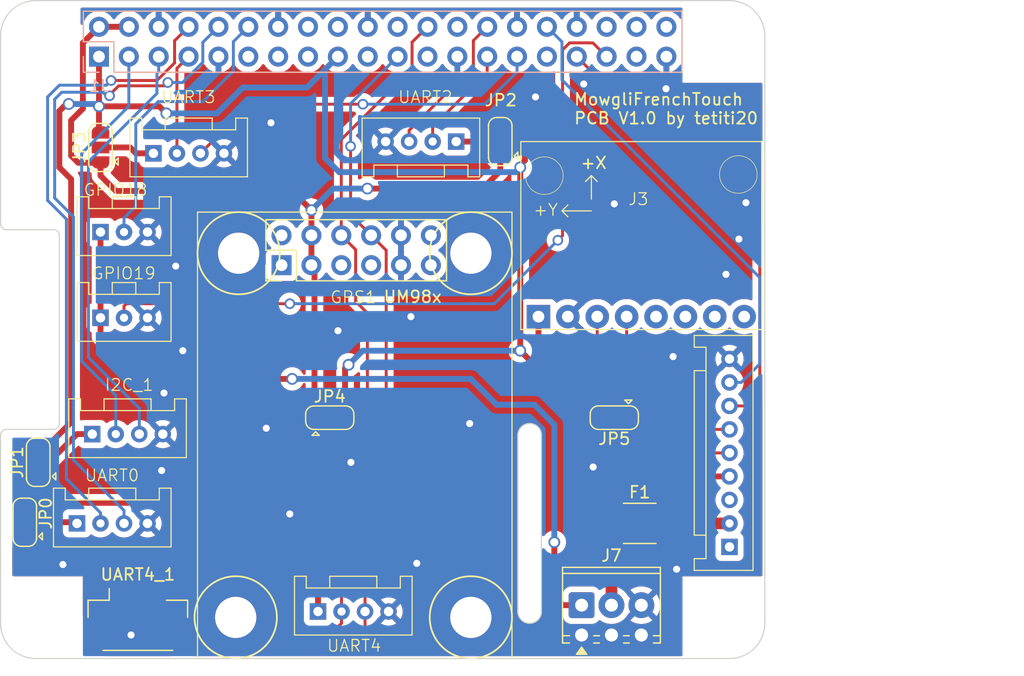
<source format=kicad_pcb>
(kicad_pcb (version 20241229) (generator "pcbnew") (generator_version "9.0")
  (title_block (date "15 nov 2012"))
  (layers (0 "F.Cu" signal) (2 "B.Cu" signal) (13 "F.Paste" user) (15 "B.Paste" user) (5 "F.SilkS" user "F.Silkscreen") (7 "B.SilkS" user "B.Silkscreen") (1 "F.Mask" user) (3 "B.Mask" user) (25 "Edge.Cuts" user))
  (net 0 "")
  (net 1 "GND")
  (net 2 "/GPIO2{slash}SDA1")
  (net 3 "/GPIO3{slash}SCL1")
  (net 4 "/GPIO4{slash}GPCLK0")
  (net 5 "/GPIO14{slash}TXD0")
  (net 6 "/GPIO15{slash}RXD0")
  (net 7 "/GPIO17")
  (net 8 "/GPIO18{slash}PCM.CLK")
  (net 9 "/GPIO27")
  (net 10 "/GPIO22")
  (net 11 "/GPIO23")
  (net 12 "/GPIO24")
  (net 13 "/GPIO10{slash}SPI0.MOSI")
  (net 14 "/GPIO9{slash}SPI0.MISO")
  (net 15 "/GPIO25")
  (net 16 "/GPIO11{slash}SPI0.SCLK")
  (net 17 "/GPIO8{slash}SPI0.CE0")
  (net 18 "/GPIO7{slash}SPI0.CE1")
  (net 19 "Net-(J18-Pin_2)")
  (net 20 "+BATT")
  (net 21 "/GPIO5")
  (net 22 "/GPIO6")
  (net 23 "/GPIO12{slash}PWM0")
  (net 24 "/GPIO13{slash}PWM1")
  (net 25 "/GPIO19{slash}PCM.FS")
  (net 26 "/GPIO16")
  (net 27 "/GPIO26")
  (net 28 "/GPIO20{slash}PCM.DIN")
  (net 29 "/GPIO21{slash}PCM.DOUT")
  (net 30 "+5V")
  (net 31 "+3V3")
  (net 36 "Net-(J18-Pin_5)")
  (net 37 "+5V_MB")
  (net 40 "Net-(J18-Pin_6)")
  (net 45 "/ID_SC")
  (net 46 "/ID_SD")
  (net 47 "+5Vext")
  (net 48 "Net-(J3-Pin_1)")
  (net 49 "Net-(JP0-C)")
  (net 50 "Net-(JP2-C)")
  (net 51 "Net-(JP3-C)")
  (net 52 "Net-(JP4-C)")
  (net 55 "Net-(I2C_1-Pin_1)")
  (footprint "MountingHole:MountingHole_2.7mm_M2.5" (layer "F.Cu") (at 161.5 47.5)
    (property "Reference" "MH2" (hide yes))
    (property "Value" "MountingHole_2.7mm_M2.5" (hide yes))
  )
  (footprint "Jumper:SolderJumper-3_P1.3mm_Open_RoundedPad1.0x1.5mm" (layer "F.Cu") (at 142.5 56 90)
    (property "Reference" "JP2")
    (property "Value" "SolderJumper_3_Open" (hide yes))
  )
  (footprint "Fuse:Fuse_1812_4532Metric" (layer "F.Cu") (at 154.3625 88.5)
    (property "Reference" "F1")
    (property "Value" "1812L075/33DR" (hide yes))
  )
  (footprint "Connector_JST:JST_GH_SM04B-GHS-TB_1x04-1MP_P1.25mm_Horizontal" (layer "F.Cu") (at 111.675 96.75)
    (property "Reference" "UART4_1")
    (property "Value" "JST GH 1.25")
  )
  (footprint "xtech:Connector_JST_HY2.0_1x03_P2.00mm_THT" (layer "F.Cu") (at 108.5 63.7)
    (property "Reference" "GPIO18" (hide yes))
    (property "Value" "Conn_01x03" (hide yes))
  )
  (footprint "Jumper:SolderJumper-3_P1.3mm_Open_RoundedPad1.0x1.5mm" (layer "F.Cu") (at 103.2 83.3 90)
    (property "Reference" "JP1")
    (property "Value" "SolderJumper_3_Open" (hide yes))
  )
  (footprint "xtech:Connector_JST_HY2.0_1x09_P2.00mm_THT_1_1" (layer "F.Cu") (at 162 90.5 90)
    (property "Reference" "J18" (hide yes))
    (property "Value" "ZX-HY2.0-9PZZ" (hide yes))
  )
  (footprint "xtech:Connector_JST_HY2.0_1x03_P2.00mm_THT" (layer "F.Cu") (at 108.5 71)
    (property "Reference" "GPIO19" (hide yes))
    (property "Value" "Conn_01x03" (hide yes))
  )
  (footprint "Jumper:SolderJumper-3_P1.3mm_Open_RoundedPad1.0x1.5mm" (layer "F.Cu") (at 128 79.5)
    (property "Reference" "JP4")
    (property "Value" "SolderJumper_3_Open" (hide yes))
  )
  (footprint "xtech:GY-521" (layer "F.Cu") (at 145.75 70.9)
    (property "Reference" "J3")
    (property "Value" "MPU-6050")
  )
  (footprint "xtech:Connector_JST_HY2.0_1x04_P2.00mm_THT_1" (layer "F.Cu") (at 106.5 88.5)
    (property "Reference" "UART0" (hide yes))
    (property "Value" "Conn_01x04" (hide yes))
  )
  (footprint "Jumper:SolderJumper-3_P1.3mm_Open_RoundedPad1.0x1.5mm" (layer "F.Cu") (at 102.0575 88.4 90)
    (property "Reference" "JP0")
    (property "Value" "SolderJumper_3_Open" (hide yes))
  )
  (footprint "MountingHole:MountingHole_2.7mm_M2.5" (layer "F.Cu") (at 103.5 96.5)
    (property "Reference" "MH3" (hide yes))
    (property "Value" "MountingHole_2.7mm_M2.5" (hide yes))
  )
  (footprint "MountingHole:MountingHole_2.7mm_M2.5" (layer "F.Cu") (at 103.5 47.5)
    (property "Reference" "MH1" (hide yes))
    (property "Value" "MountingHole_2.7mm_M2.5" (hide yes))
  )
  (footprint "xtech:Connector_JST_HY2.0_1x04_P2.00mm_THT_1" (layer "F.Cu") (at 138.75 56 180)
    (property "Reference" "UART2" (hide yes))
    (property "Value" "Conn_01x04" (hide yes))
  )
  (footprint "xtech:UM9XX_WitMotion" (layer "F.Cu") (at 143.5 62 180)
    (property "Reference" "GPS1")
    (property "Value" "~")
  )
  (footprint "xtech:Connector_JST_HY2.0_1x04_P2.00mm_THT_1" (layer "F.Cu") (at 127 96)
    (property "Reference" "UART4" (hide yes))
    (property "Value" "Conn_01x04" (hide yes))
  )
  (footprint "Jumper:SolderJumper-3_P1.3mm_Open_RoundedPad1.0x1.5mm" (layer "F.Cu") (at 152.2 79.5 180)
    (property "Reference" "JP5")
    (property "Value" "SolderJumper_3_Open" (hide yes))
  )
  (footprint "xtech:Connector_JST_HY2.0_1x04_P2.00mm_THT_1" (layer "F.Cu") (at 113 57)
    (property "Reference" "UART3" (hide yes))
    (property "Value" "Conn_01x04" (hide yes))
  )
  (footprint "Jumper:SolderJumper-3_P1.3mm_Open_RoundedPad1.0x1.5mm" (layer "F.Cu") (at 108.5 56.5 90)
    (property "Reference" "JP3")
    (property "Value" "SolderJumper_3_Open" (hide yes))
  )
  (footprint "MountingHole:MountingHole_2.7mm_M2.5" (layer "F.Cu") (at 161.5 96.5)
    (property "Reference" "MH4" (hide yes))
    (property "Value" "MountingHole_2.7mm_M2.5" (hide yes))
  )
  (footprint "xtech:Connector_JST_HY2.0_1x04_P2.00mm_THT_1" (layer "F.Cu") (at 107.8 80.9)
    (property "Reference" "I2C_1" (hide yes))
    (property "Value" "Conn_01x04" (hide yes))
  )
  (footprint "TerminalBlock_Phoenix:TerminalBlock_Phoenix_MPT-0,5-3-2.54_1x03_P2.54mm_Horizontal" (layer "F.Cu") (at 149.42 95.46)
    (property "Reference" "J7")
    (property "Value" "Conn_01x03" (hide yes))
  )
  (footprint "Connector_PinSocket_2.54mm:PinSocket_2x20_P2.54mm_Vertical" (layer "B.Cu") (at 108.37 48.77 -90)
    (property "Reference" "J1")
    (property "Value" "GPIO" (hide yes))
  )
  (gr_line (start 100.00132 80.99868) (end 100.00132 96.99868) (stroke (width 0.1)) (layer "Edge.Cuts"))
  (gr_arc (start 100.00132 80.99868) (mid 100.147458 80.645435) (end 100.500447 80.498681) (stroke (width 0.1)) (layer "Edge.Cuts"))
  (gr_line (start 144.00132 95.99868) (end 144.00132 80.99868) (stroke (width 0.1)) (layer "Edge.Cuts"))
  (gr_arc (start 162.00132 43.99868) (mid 164.12264 44.87736) (end 165.00132 46.99868) (stroke (width 0.1)) (layer "Edge.Cuts"))
  (gr_line (start 104.50132 80.49868) (end 100.50132 80.49868) (stroke (width 0.1)) (layer "Edge.Cuts"))
  (gr_line (start 165.00132 96.99868) (end 165.00132 46.99868) (stroke (width 0.1)) (layer "Edge.Cuts"))
  (gr_arc (start 100.00132 46.99868) (mid 100.88 44.87736) (end 103.00132 43.99868) (stroke (width 0.1)) (layer "Edge.Cuts"))
  (gr_arc (start 144.00132 80.99868) (mid 145.00132 79.99868) (end 146.00132 80.99868) (stroke (width 0.1)) (layer "Edge.Cuts"))
  (gr_arc (start 105.00132 79.99868) (mid 104.854873 80.352233) (end 104.50132 80.49868) (stroke (width 0.1)) (layer "Edge.Cuts"))
  (gr_line (start 105.00132 63.99868) (end 105.00132 79.99868) (stroke (width 0.1)) (layer "Edge.Cuts"))
  (gr_arc (start 104.50132 63.49868) (mid 104.854868 63.645132) (end 105.00132 63.99868) (stroke (width 0.1)) (layer "Edge.Cuts"))
  (gr_line (start 146.00132 80.99868) (end 146.00132 95.99868) (stroke (width 0.1)) (layer "Edge.Cuts"))
  (gr_line (start 100.00132 46.99868) (end 100.00132 62.99868) (stroke (width 0.1)) (layer "Edge.Cuts"))
  (gr_arc (start 100.50132 63.49868) (mid 100.147761 63.352239) (end 100.00132 62.99868) (stroke (width 0.1)) (layer "Edge.Cuts"))
  (gr_line (start 100.50132 63.49868) (end 104.50132 63.49868) (stroke (width 0.1)) (layer "Edge.Cuts"))
  (gr_arc (start 103.00132 99.99868) (mid 100.88 99.12) (end 100.00132 96.99868) (stroke (width 0.1)) (layer "Edge.Cuts"))
  (gr_arc (start 146.00132 95.99868) (mid 145.00132 96.99868) (end 144.00132 95.99868) (stroke (width 0.1)) (layer "Edge.Cuts"))
  (gr_line (start 103.00132 99.99868) (end 162.00132 99.99868) (stroke (width 0.1)) (layer "Edge.Cuts"))
  (gr_arc (start 165.00132 96.99868) (mid 164.12264 99.12) (end 162.00132 99.99868) (stroke (width 0.1)) (layer "Edge.Cuts"))
  (gr_line (start 162.00132 43.99868) (end 103.00132 43.99868) (stroke (width 0.1)) (layer "Edge.Cuts"))
  (gr_text "MowgliFrenchTouch\nPCB V1.0 by tetiti20" (at 148.7 54.6 0) (layer "F.SilkS") (effects (font (size 1 1)) (justify left bottom)))
  (gr_text "UM98x" (at 132.5 69.8 0) (layer "F.SilkS") (effects (font (size 1 1)) (justify left bottom)))
  (segment (start 111.2 98.1) (end 115.4 98.1) (width 0.25) (layer "F.Cu") (net 1))
  (segment (start 111 98.1) (end 111.1 98) (width 0.25) (layer "F.Cu") (net 1))
  (segment (start 107.95 98.1) (end 111 98.1) (width 0.25) (layer "F.Cu") (net 1))
  (segment (start 111.1 98) (end 111.05 97.95) (width 0.25) (layer "F.Cu") (net 1))
  (segment (start 111.05 97.95) (end 111.05 94.9) (width 0.25) (layer "F.Cu") (net 1))
  (segment (start 111.1 98) (end 111.2 98.1) (width 0.25) (layer "F.Cu") (net 1))
  (via (at 113.7 84) (size 0.9) (drill 0.6) (layers "F.Cu" "B.Cu") (net 1))
  (via (at 163.4 61.2) (size 0.9) (drill 0.6) (layers "F.Cu" "B.Cu") (net 1))
  (via (at 145.5 52.2) (size 0.9) (drill 0.6) (layers "F.Cu" "B.Cu") (net 1))
  (via (at 114.9 66.6) (size 0.9) (drill 0.6) (layers "F.Cu" "B.Cu") (net 1))
  (via (at 149.6 51.1) (size 0.9) (drill 0.6) (layers "F.Cu" "B.Cu") (net 1))
  (via (at 156.6 51.5) (size 0.9) (drill 0.6) (layers "F.Cu" "B.Cu") (net 1))
  (via (at 157.5 92.4) (size 0.9) (drill 0.6) (layers "F.Cu" "B.Cu") (net 1))
  (via (at 113.9 77.4) (size 0.9) (drill 0.6) (layers "F.Cu" "B.Cu") (net 1))
  (via (at 135.4 91.9) (size 0.9) (drill 0.6) (layers "F.Cu" "B.Cu") (net 1))
  (via (at 122.6 80.4) (size 0.9) (drill 0.6) (layers "F.Cu" "B.Cu") (net 1))
  (via (at 128.7 72.1) (size 0.9) (drill 0.6) (layers "F.Cu" "B.Cu") (net 1))
  (via (at 134.9 70.9) (size 0.9) (drill 0.6) (layers "F.Cu" "B.Cu") (net 1))
  (via (at 115.5 73.8) (size 0.9) (drill 0.6) (layers "F.Cu" "B.Cu") (net 1))
  (via (at 162.8 64.3) (size 0.9) (drill 0.6) (layers "F.Cu" "B.Cu") (net 1))
  (via (at 161.7 67.3) (size 0.9) (drill 0.6) (layers "F.Cu" "B.Cu") (net 1))
  (via (at 152.2 61.3) (size 0.9) (drill 0.6) (layers "F.Cu" "B.Cu") (net 1))
  (via (at 139.9 80) (size 0.9) (drill 0.6) (layers "F.Cu" "B.Cu") (net 1))
  (via (at 105.3 92) (size 0.9) (drill 0.6) (layers "F.Cu" "B.Cu") (net 1))
  (via (at 157.2 74.3) (size 0.9) (drill 0.6) (layers "F.Cu" "B.Cu") (net 1))
  (via (at 123 54.4) (size 0.9) (drill 0.6) (layers "F.Cu" "B.Cu") (net 1))
  (via (at 124.6 87.7) (size 0.9) (drill 0.6) (layers "F.Cu" "B.Cu") (net 1))
  (via (at 111.1 98) (size 0.9) (drill 0.6) (layers "F.Cu" "B.Cu") (net 1))
  (via (at 129.8 83.3) (size 0.9) (drill 0.6) (layers "F.Cu" "B.Cu") (net 1))
  (via (at 150.4 83.7) (size 0.9) (drill 0.6) (layers "F.Cu" "B.Cu") (net 1))
  (segment (start 109.8 80.9) (end 109.8 77.6) (width 0.25) (layer "B.Cu") (net 2))
  (segment (start 109.8 77.6) (end 106.9 74.7) (width 0.25) (layer "B.Cu") (net 2))
  (segment (start 106.9 57) (end 110.91 52.99) (width 0.25) (layer "B.Cu") (net 2))
  (segment (start 110.91 52.99) (end 110.91 48.77) (width 0.25) (layer "B.Cu") (net 2))
  (segment (start 106.9 74.7) (end 106.9 57) (width 0.25) (layer "B.Cu") (net 2))
  (segment (start 113.45 48.77) (end 113.45 50.05) (width 0.25) (layer "B.Cu") (net 3))
  (segment (start 113.3 51.9) (end 107.474 57.726) (width 0.25) (layer "B.Cu") (net 3))
  (segment (start 113.45 50.05) (end 113.3 50.2) (width 0.25) (layer "B.Cu") (net 3))
  (segment (start 107.474 74.374) (end 111.8 78.7) (width 0.25) (layer "B.Cu") (net 3))
  (segment (start 113.3 50.2) (end 113.3 51.9) (width 0.25) (layer "B.Cu") (net 3))
  (segment (start 107.474 57.726) (end 107.474 74.374) (width 0.25) (layer "B.Cu") (net 3))
  (segment (start 111.8 78.7) (end 111.8 80.9) (width 0.25) (layer "B.Cu") (net 3))
  (segment (start 115 49.76) (end 115.99 48.77) (width 0.25) (layer "F.Cu") (net 4))
  (segment (start 115 57) (end 115 49.76) (width 0.25) (layer "F.Cu") (net 4))
  (segment (start 114.8 49.3) (end 114.8 47.42) (width 0.25) (layer "F.Cu") (net 5))
  (segment (start 114.8 47.42) (end 115.99 46.23) (width 0.25) (layer "F.Cu") (net 5))
  (segment (start 109.4 50.8) (end 113.3 50.8) (width 0.25) (layer "F.Cu") (net 5))
  (segment (start 113.3 50.8) (end 114.8 49.3) (width 0.25) (layer "F.Cu") (net 5))
  (via (at 109.4 50.8) (size 0.9) (drill 0.6) (layers "F.Cu" "B.Cu") (net 5))
  (segment (start 105.6 62.6) (end 105.6 84.7) (width 0.25) (layer "B.Cu") (net 5))
  (segment (start 105 51.2) (end 104 52.2) (width 0.25) (layer "B.Cu") (net 5))
  (segment (start 104 52.2) (end 104 61) (width 0.25) (layer "B.Cu") (net 5))
  (segment (start 105.6 84.7) (end 108.5 87.6) (width 0.25) (layer "B.Cu") (net 5))
  (segment (start 104 61) (end 105.6 62.6) (width 0.25) (layer "B.Cu") (net 5))
  (segment (start 108.5 87.6) (end 108.5 88.5) (width 0.25) (layer "B.Cu") (net 5))
  (segment (start 109 51.2) (end 105 51.2) (width 0.25) (layer "B.Cu") (net 5))
  (segment (start 109.4 50.8) (end 109 51.2) (width 0.25) (layer "B.Cu") (net 5))
  (segment (start 109.27 52.1) (end 109.37 52) (width 0.25) (layer "F.Cu") (net 6))
  (segment (start 109.37 52) (end 109.37 51.92743) (width 0.25) (layer "F.Cu") (net 6))
  (segment (start 109.37 51.92743) (end 110.04643 51.251) (width 0.25) (layer "F.Cu") (net 6))
  (segment (start 113.945016 51.251) (end 114.225001 50.971015) (width 0.25) (layer "F.Cu") (net 6))
  (segment (start 110.04643 51.251) (end 113.945016 51.251) (width 0.25) (layer "F.Cu") (net 6))
  (via (at 114.225001 50.971015) (size 0.9) (drill 0.6) (layers "F.Cu" "B.Cu") (net 6))
  (via (at 109.27 52.1) (size 0.9) (drill 0.6) (layers "F.Cu" "B.Cu") (net 6))
  (segment (start 105.2 51.8) (end 104.6 52.4) (width 0.25) (layer "B.Cu") (net 6))
  (segment (start 108.7 51.8) (end 105.2 51.8) (width 0.25) (layer "B.Cu") (net 6))
  (segment (start 104.6 52.4) (end 104.6 60.8) (width 0.25) (layer "B.Cu") (net 6))
  (segment (start 104.6 60.8) (end 106.2 62.4) (width 0.25) (layer "B.Cu") (net 6))
  (segment (start 118.53 46.23) (end 117.2 47.56) (width 0.25) (layer "B.Cu") (net 6))
  (segment (start 114.225001 50.971015) (end 115.480985 50.971015) (width 0.25) (layer "B.Cu") (net 6))
  (segment (start 106.2 83.1) (end 110.5 87.4) (width 0.25) (layer "B.Cu") (net 6))
  (segment (start 108.7 51.8) (end 109 52.1) (width 0.25) (layer "B.Cu") (net 6))
  (segment (start 115.480985 50.971015) (end 115.726 50.726) (width 0.25) (layer "B.Cu") (net 6))
  (segment (start 109 52.1) (end 109.27 52.1) (width 0.25) (layer "B.Cu") (net 6))
  (segment (start 110.5 87.4) (end 110.5 88.5) (width 0.25) (layer "B.Cu") (net 6))
  (segment (start 106.2 62.4) (end 106.2 83.1) (width 0.25) (layer "B.Cu") (net 6))
  (segment (start 117.2 49.252) (end 115.726 50.726) (width 0.25) (layer "B.Cu") (net 6))
  (segment (start 117.2 47.56) (end 117.2 49.252) (width 0.25) (layer "B.Cu") (net 6))
  (segment (start 117.2 52.6) (end 113.4 52.6) (width 0.25) (layer "B.Cu") (net 8))
  (segment (start 110.5 62.5) (end 110.5 63.7) (width 0.25) (layer "B.Cu") (net 8))
  (segment (start 111.5 61.5) (end 110.5 62.5) (width 0.25) (layer "B.Cu") (net 8))
  (segment (start 113.4 52.6) (end 111.5 54.5) (width 0.25) (layer "B.Cu") (net 8))
  (segment (start 119.8 47.5) (end 119.8 50) (width 0.25) (layer "B.Cu") (net 8))
  (segment (start 111.5 54.5) (end 111.5 61.5) (width 0.25) (layer "B.Cu") (net 8))
  (segment (start 121.07 46.23) (end 119.8 47.5) (width 0.25) (layer "B.Cu") (net 8))
  (segment (start 119.8 50) (end 117.2 52.6) (width 0.25) (layer "B.Cu") (net 8))
  (segment (start 124.6 97.9) (end 123.8 97.1) (width 0.25) (layer "F.Cu") (net 14))
  (segment (start 129.77 62.23) (end 131.52 63.98) (width 0.25) (layer "F.Cu") (net 14))
  (segment (start 129.77 56.4) (end 129.77 62.23) (width 0.25) (layer "F.Cu") (net 14))
  (segment (start 132.8 91.8) (end 132.8 65.26) (width 0.25) (layer "F.Cu") (net 14))
  (segment (start 123.8 94.4) (end 122.2 92.8) (width 0.25) (layer "F.Cu") (net 14))
  (segment (start 113.55 93.75) (end 113.55 94.9) (width 0.25) (layer "F.Cu") (net 14))
  (segment (start 131 93.6) (end 132.8 91.8) (width 0.25) (layer "F.Cu") (net 14))
  (segment (start 114.5 92.8) (end 113.55 93.75) (width 0.25) (layer "F.Cu") (net 14))
  (segment (start 131 96) (end 131 97.5) (width 0.25) (layer "F.Cu") (net 14))
  (segment (start 132.8 65.26) (end 131.52 63.98) (width 0.25) (layer "F.Cu") (net 14))
  (segment (start 131 97.5) (end 130.6 97.9) (width 0.25) (layer "F.Cu") (net 14))
  (segment (start 131 96) (end 131 93.6) (width 0.25) (layer "F.Cu") (net 14))
  (segment (start 123.8 97.1) (end 123.8 94.4) (width 0.25) (layer "F.Cu") (net 14))
  (segment (start 122.2 92.8) (end 114.5 92.8) (width 0.25) (layer "F.Cu") (net 14))
  (segment (start 130.6 97.9) (end 124.6 97.9) (width 0.25) (layer "F.Cu") (net 14))
  (via (at 129.77 56.4) (size 0.9) (drill 0.6) (layers "F.Cu" "B.Cu") (net 14))
  (segment (start 133.77 48.77) (end 129.77 52.77) (width 0.25) (layer "B.Cu") (net 14))
  (segment (start 129.77 52.77) (end 129.77 56.4) (width 0.25) (layer "B.Cu") (net 14))
  (segment (start 131.2 90) (end 129 92.2) (width 0.25) (layer "F.Cu") (net 17))
  (segment (start 112.3 94.1) (end 114.2 92.2) (width 0.25) (layer "F.Cu") (net 17))
  (segment (start 128.551 97.449) (end 129 97) (width 0.25) (layer "F.Cu") (net 17))
  (segment (start 128.98 63.98) (end 128.98 55.82) (width 0.25) (layer "F.Cu") (net 17))
  (segment (start 128.98 63.98) (end 130.2 65.2) (width 0.25) (layer "F.Cu") (net 17))
  (segment (start 112.3 94.9) (end 112.3 94.1) (width 0.25) (layer "F.Cu") (net 17))
  (segment (start 131.2 70.6) (end 131.2 90) (width 0.25) (layer "F.Cu") (net 17))
  (segment (start 130.2 65.2) (end 130.2 69.6) (width 0.25) (layer "F.Cu") (net 17))
  (segment (start 124.3 96.96219) (end 124.78681 97.449) (width 0.25) (layer "F.Cu") (net 17))
  (segment (start 129 92.2) (end 129 96) (width 0.25) (layer "F.Cu") (net 17))
  (segment (start 124.3 94.1) (end 124.3 96.96219) (width 0.25) (layer "F.Cu") (net 17))
  (segment (start 114.2 92.2) (end 122.4 92.2) (width 0.25) (layer "F.Cu") (net 17))
  (segment (start 122.4 92.2) (end 124.3 94.1) (width 0.25) (layer "F.Cu") (net 17))
  (segment (start 135 47.54) (end 136.31 46.23) (width 0.25) (layer "F.Cu") (net 17))
  (segment (start 135 49.8) (end 135 47.54) (width 0.25) (layer "F.Cu") (net 17))
  (segment (start 129 97) (end 129 96) (width 0.25) (layer "F.Cu") (net 17))
  (segment (start 128.98 55.82) (end 135 49.8) (width 0.25) (layer "F.Cu") (net 17))
  (segment (start 130.2 69.6) (end 131.2 70.6) (width 0.25) (layer "F.Cu") (net 17))
  (segment (start 124.78681 97.449) (end 128.551 97.449) (width 0.25) (layer "F.Cu") (net 17))
  (segment (start 162 88.5) (end 156.5 88.5) (width 1) (layer "F.Cu") (net 19))
  (segment (start 150.6 89.2) (end 151.3 88.5) (width 1) (layer "F.Cu") (net 20))
  (segment (start 151.96 95.46) (end 151.96 93.76) (width 1) (layer "F.Cu") (net 20))
  (segment (start 151.96 93.76) (end 150.6 92.4) (width 1) (layer "F.Cu") (net 20))
  (segment (start 150.6 92.4) (end 150.6 89.2) (width 1) (layer "F.Cu") (net 20))
  (segment (start 151.3 88.5) (end 152.225 88.5) (width 1) (layer "F.Cu") (net 20))
  (segment (start 117 57) (end 121.181992 52.818008) (width 0.25) (layer "F.Cu") (net 21))
  (segment (start 121.181992 52.818008) (end 130.818008 52.818008) (width 0.25) (layer "F.Cu") (net 21))
  (via (at 130.818008 52.818008) (size 0.9) (drill 0.6) (layers "F.Cu" "B.Cu") (net 21))
  (segment (start 141.181992 52.818008) (end 143.93 50.07) (width 0.25) (layer "B.Cu") (net 21))
  (segment (start 130.818008 52.818008) (end 141.181992 52.818008) (width 0.25) (layer "B.Cu") (net 21))
  (segment (start 143.93 50.07) (end 143.93 48.77) (width 0.25) (layer "B.Cu") (net 21))
  (segment (start 147.75 47.51) (end 146.47 46.23) (width 0.25) (layer "B.Cu") (net 23))
  (segment (start 164.576 74.924) (end 164.576 67.576) (width 0.25) (layer "B.Cu") (net 23))
  (segment (start 147.75 50.75) (end 147.75 47.51) (width 0.25) (layer "B.Cu") (net 23))
  (segment (start 163 76.5) (end 164.576 74.924) (width 0.25) (layer "B.Cu") (net 23))
  (segment (start 162 76.5) (end 163 76.5) (width 0.25) (layer "B.Cu") (net 23))
  (segment (start 164.576 67.576) (end 147.75 50.75) (width 0.25) (layer "B.Cu") (net 23))
  (segment (start 149.01 48.77) (end 164.576 64.336) (width 0.25) (layer "F.Cu") (net 24))
  (segment (start 164.576 64.336) (end 164.576 77.424) (width 0.25) (layer "F.Cu") (net 24))
  (segment (start 163.5 78.5) (end 162 78.5) (width 0.25) (layer "F.Cu") (net 24))
  (segment (start 164.576 77.424) (end 163.5 78.5) (width 0.25) (layer "F.Cu") (net 24))
  (segment (start 110.7 69.8) (end 110.5 70) (width 0.25) (layer "F.Cu") (net 25))
  (segment (start 110.5 70) (end 110.5 71) (width 0.25) (layer "F.Cu") (net 25))
  (segment (start 151.55 48.77) (end 150.38 47.6) (width 0.25) (layer "F.Cu") (net 25))
  (segment (start 147.8 50.6) (end 147.8 64) (width 0.25) (layer "F.Cu") (net 25))
  (segment (start 147.8 64) (end 147.4 64.4) (width 0.25) (layer "F.Cu") (net 25))
  (segment (start 150.38 47.6) (end 150 47.6) (width 0.25) (layer "F.Cu") (net 25))
  (segment (start 149.994 47.594) (end 148.4 47.594) (width 0.25) (layer "F.Cu") (net 25))
  (segment (start 124.6 69.8) (end 110.7 69.8) (width 0.25) (layer "F.Cu") (net 25))
  (segment (start 150 47.6) (end 149.994 47.594) (width 0.25) (layer "F.Cu") (net 25))
  (segment (start 148.4 47.594) (end 147.8 48.194) (width 0.25) (layer "F.Cu") (net 25))
  (segment (start 147.8 48.194) (end 147.8 50.6) (width 0.25) (layer "F.Cu") (net 25))
  (via (at 147.4 64.4) (size 0.9) (drill 0.6) (layers "F.Cu" "B.Cu") (net 25))
  (via (at 124.6 69.8) (size 0.9) (drill 0.6) (layers "F.Cu" "B.Cu") (net 25))
  (segment (start 142 69.8) (end 145.6 66.2) (width 0.25) (layer "B.Cu") (net 25))
  (segment (start 124.6 69.8) (end 142 69.8) (width 0.25) (layer "B.Cu") (net 25))
  (segment (start 145.6 66.2) (end 147.4 64.4) (width 0.25) (layer "B.Cu") (net 25))
  (segment (start 126.44 61.84) (end 126.4 61.8) (width 0.5) (layer "F.Cu") (net 30))
  (segment (start 106.6 57.8) (end 108.5 57.8) (width 0.5) (layer "F.Cu") (net 30))
  (segment (start 107 47.6) (end 107 53.2) (width 0.5) (layer "F.Cu") (net 30))
  (segment (start 126.44 66.96) (end 126.7 67.22) (width 0.5) (layer "F.Cu") (net 30))
  (segment (start 104.65 86.75) (end 119.25 86.75) (width 0.5) (layer "F.Cu") (net 30))
  (segment (start 126.44 61.84) (end 126.44 63.98) (width 0.5) (layer "F.Cu") (net 30))
  (segment (start 107 53.2) (end 106 54.2) (width 0.5) (layer "F.Cu") (net 30))
  (segment (start 124.2 83.7) (end 122.3 83.7) (width 0.5) (layer "F.Cu") (net 30))
  (segment (start 106 57.2) (end 106.6 57.8) (width 0.5) (layer "F.Cu") (net 30))
  (segment (start 102.0575 90.3575) (end 102.4 90.7) (width 0.5) (layer "F.Cu") (net 30))
  (segment (start 102.4 90.7) (end 115.3 90.7) (width 0.5) (layer "F.Cu") (net 30))
  (segment (start 131.2 60) (end 141 60) (width 0.5) (layer "F.Cu") (net 30))
  (segment (start 106 54.2) (end 106 57.2) (width 0.5) (layer "F.Cu") (net 30))
  (segment (start 126.44 63.98) (end 126.44 66.52) (width 0.5) (layer "F.Cu") (net 30))
  (segment (start 109.8 60.2) (end 124.8 60.2) (width 0.5) (layer "F.Cu") (net 30))
  (segment (start 126.7 79.5) (end 126.7 81.2) (width 0.5) (layer "F.Cu") (net 30))
  (segment (start 126.7 67.22) (end 126.7 79.5) (width 0.5) (layer "F.Cu") (net 30))
  (segment (start 122.3 83.7) (end 119.25 86.75) (width 0.5) (layer "F.Cu") (net 30))
  (segment (start 115.3 90.7) (end 119.25 86.75) (width 0.5) (layer "F.Cu") (net 30))
  (segment (start 108.5 58.9) (end 109.8 60.2) (width 0.5) (layer "F.Cu") (net 30))
  (segment (start 108.37 46.23) (end 107 47.6) (width 0.5) (layer "F.Cu") (net 30))
  (segment (start 141 60) (end 142.5 58.5) (width 0.5) (layer "F.Cu") (net 30))
  (segment (start 103.2 84.6) (end 103.2 85.3) (width 0.5) (layer "F.Cu") (net 30))
  (segment (start 102.0575 89.7) (end 102.0575 90.3575) (width 0.5) (layer "F.Cu") (net 30))
  (segment (start 142.5 58.5) (end 142.5 57.3) (width 0.5) (layer "F.Cu") (net 30))
  (segment (start 126.44 66.52) (end 126.44 66.96) (width 0.5) (layer "F.Cu") (net 30))
  (segment (start 108.37 46.23) (end 110.91 46.23) (width 0.5) (layer "F.Cu") (net 30))
  (segment (start 126.7 81.2) (end 124.2 83.7) (width 0.5) (layer "F.Cu") (net 30))
  (segment (start 108.5 57.8) (end 108.5 58.9) (width 0.5) (layer "F.Cu") (net 30))
  (segment (start 124.8 60.2) (end 126.44 61.84) (width 0.5) (layer "F.Cu") (net 30))
  (segment (start 103.2 85.3) (end 104.65 86.75) (width 0.5) (layer "F.Cu") (net 30))
  (via (at 131.2 60) (size 1) (drill 0.7) (layers "F.Cu" "B.Cu") (net 30))
  (via (at 126.44 61.84) (size 1) (drill 0.7) (layers "F.Cu" "B.Cu") (net 30))
  (segment (start 128.28 60) (end 131.2 60) (width 0.5) (layer "B.Cu") (net 30))
  (segment (start 126.44 61.84) (end 128.28 60) (width 0.5) (layer "B.Cu") (net 30))
  (segment (start 101.3 85.1425) (end 102.0575 85.9) (width 0.5) (layer "F.Cu") (net 31))
  (segment (start 105 53.4) (end 105.4 53) (width 0.5) (layer "F.Cu") (net 31))
  (segment (start 105.4 53) (end 105.6 53) (width 0.5) (layer "F.Cu") (net 31))
  (segment (start 144.2 58) (end 144.2 58.2) (width 0.5) (layer "F.Cu") (net 31))
  (segment (start 142.5 54.7) (end 143.7 54.7) (width 0.5) (layer "F.Cu") (net 31))
  (segment (start 143.7 54.7) (end 144.6 55.6) (width 0.5) (layer "F.Cu") (net 31))
  (segment (start 144.6 55.6) (end 144.6 57.6) (width 0.5) (layer "F.Cu") (net 31))
  (segment (start 101.3 82.8) (end 101.3 85.1425) (width 0.5) (layer "F.Cu") (net 31))
  (segment (start 144.2 73.8) (end 149.9 79.5) (width 0.5) (layer "F.Cu") (net 31))
  (segment (start 129.3 79.5) (end 129.3 75.3) (width 0.5) (layer "F.Cu") (net 31))
  (segment (start 108.37 53) (end 113.5 53) (width 0.5) (layer "F.Cu") (net 31))
  (segment (start 105.6 53) (end 105.8 52.8) (width 0.5) (layer "F.Cu") (net 31))
  (segment (start 144.2 58.2) (end 144.2 73.8) (width 0.5) (layer "F.Cu") (net 31))
  (segment (start 106 79.9) (end 106 59.2) (width 0.5) (layer "F.Cu") (net 31))
  (segment (start 144.6 57.6) (end 144.2 58) (width 0.5) (layer "F.Cu") (net 31))
  (segment (start 108.37 55.07) (end 108.5 55.2) (width 0.5) (layer "F.Cu") (net 31))
  (segment (start 108.37 53) (end 108.37 55.07) (width 0.5) (layer "F.Cu") (net 31))
  (segment (start 102.1 82) (end 101.3 82.8) (width 0.5) (layer "F.Cu") (net 31))
  (segment (start 103.2 82) (end 102.1 82) (width 0.5) (layer "F.Cu") (net 31))
  (segment (start 103.9 82) (end 106 79.9) (width 0.5) (layer "F.Cu") (net 31))
  (segment (start 103.2 82) (end 103.9 82) (width 0.5) (layer "F.Cu") (net 31))
  (segment (start 105.4 53) (end 105.3 53.1) (width 0.5) (layer "F.Cu") (net 31))
  (segment (start 149.9 79.5) (end 150.9 79.5) (width 0.5) (layer "F.Cu") (net 31))
  (segment (start 129.3 75.3) (end 129.6 75) (width 0.5) (layer "F.Cu") (net 31))
  (segment (start 108.37 48.77) (end 108.37 53) (width 0.5) (layer "F.Cu") (net 31))
  (segment (start 105 58.2) (end 105 53.4) (width 0.5) (layer "F.Cu") (net 31))
  (segment (start 113.5 53) (end 114.1 53.6) (width 0.5) (layer "F.Cu") (net 31))
  (segment (start 106 59.2) (end 105 58.2) (width 0.5) (layer "F.Cu") (net 31))
  (segment (start 102.0575 87.1) (end 102.0575 85.9) (width 0.5) (layer "F.Cu") (net 31))
  (via (at 105.8 52.8) (size 1) (drill 0.7) (layers "F.Cu" "B.Cu") (net 31))
  (via (at 114.1 53.6) (size 1) (drill 0.7) (layers "F.Cu" "B.Cu") (net 31))
  (via (at 108.37 53) (size 1) (drill 0.7) (layers "F.Cu" "B.Cu") (net 31))
  (via (at 129.6 75) (size 1) (drill 0.7) (layers "F.Cu" "B.Cu") (net 31))
  (via (at 144.2 73.8) (size 1) (drill 0.7) (layers "F.Cu" "B.Cu") (net 31))
  (via (at 144.2 58.2) (size 1) (drill 0.7) (layers "F.Cu" "B.Cu") (net 31))
  (segment (start 108.17 52.8) (end 108.37 53) (width 0.5) (layer "B.Cu") (net 31))
  (segment (start 129.6 75) (end 130.8 73.8) (width 0.5) (layer "B.Cu") (net 31))
  (segment (start 127.6 57.4) (end 128.8 58.6) (width 0.5) (layer "B.Cu") (net 31))
  (segment (start 120.6 51.4) (end 126.06 51.4) (width 0.5) (layer "B.Cu") (net 31))
  (segment (start 105.8 52.8) (end 108.17 52.8) (width 0.5) (layer "B.Cu") (net 31))
  (segment (start 127.6 49.86) (end 127.6 57.4) (width 0.5) (layer "B.Cu") (net 31))
  (segment (start 128.69 48.77) (end 127.6 49.86) (width 0.5) (layer "B.Cu") (net 31))
  (segment (start 143.8 58.6) (end 144.2 58.2) (width 0.5) (layer "B.Cu") (net 31))
  (segment (start 130.8 73.8) (end 144.2 73.8) (width 0.5) (layer "B.Cu") (net 31))
  (segment (start 126.06 51.4) (end 127.6 49.86) (width 0.5) (layer "B.Cu") (net 31))
  (segment (start 114.1 53.6) (end 118.4 53.6) (width 0.5) (layer "B.Cu") (net 31))
  (segment (start 128.8 58.6) (end 143.8 58.6) (width 0.5) (layer "B.Cu") (net 31))
  (segment (start 118.4 53.6) (end 120.6 51.4) (width 0.5) (layer "B.Cu") (net 31))
  (segment (start 150.75 72.95) (end 150.75 70.9) (width 0.25) (layer "F.Cu") (net 36))
  (segment (start 160.3 82.5) (end 150.75 72.95) (width 0.25) (layer "F.Cu") (net 36))
  (segment (start 162 82.5) (end 160.3 82.5) (width 0.25) (layer "F.Cu") (net 36))
  (segment (start 162 84.5) (end 158.5 84.5) (width 0.5) (layer "F.Cu") (net 37))
  (segment (start 158.5 84.5) (end 153.5 79.5) (width 0.5) (layer "F.Cu") (net 37))
  (segment (start 159.7 80.5) (end 162 80.5) (width 0.25) (layer "F.Cu") (net 40))
  (segment (start 153.25 74.05) (end 159.7 80.5) (width 0.25) (layer "F.Cu") (net 40))
  (segment (start 153.25 70.9) (end 153.25 74.05) (width 0.25) (layer "F.Cu") (net 40))
  (segment (start 140.214 47.406) (end 140.214 49.586) (width 0.25) (layer "F.Cu") (net 45))
  (segment (start 140.214 49.586) (end 134.75 55.05) (width 0.25) (layer "F.Cu") (net 45))
  (segment (start 141.39 46.23) (end 140.214 47.406) (width 0.25) (layer "F.Cu") (net 45))
  (segment (start 134.75 55.05) (end 134.75 56) (width 0.25) (layer "F.Cu") (net 45))
  (segment (start 141.39 48.77) (end 141.39 50.11) (width 0.25) (layer "F.Cu") (net 46))
  (segment (start 136.75 54.75) (end 136.75 56) (width 0.25) (layer "F.Cu") (net 46))
  (segment (start 141.39 50.11) (end 136.75 54.75) (width 0.25) (layer "F.Cu") (net 46))
  (segment (start 147.86 95.46) (end 147.1 94.7) (width 0.5) (layer "F.Cu") (net 47))
  (segment (start 108.5 63.7) (end 108.5 71) (width 0.5) (layer "F.Cu") (net 47))
  (segment (start 149.42 95.46) (end 147.86 95.46) (width 0.5) (layer "F.Cu") (net 47))
  (segment (start 147.1 94.7) (end 147.1 90.1) (width 0.5) (layer "F.Cu") (net 47))
  (segment (start 124.8 76.2) (end 112.1 76.2) (width 0.5) (layer "F.Cu") (net 47))
  (segment (start 112.1 76.2) (end 108.5 72.6) (width 0.5) (layer "F.Cu") (net 47))
  (segment (start 108.5 72.6) (end 108.5 71) (width 0.5) (layer "F.Cu") (net 47))
  (segment (start 149.42 95.46) (end 149.4 95.44) (width 0.5) (layer "F.Cu") (net 47))
  (via (at 147.1 90.1) (size 1) (drill 0.7) (layers "F.Cu" "B.Cu") (net 47))
  (via (at 124.8 76.2) (size 1) (drill 0.7) (layers "F.Cu" "B.Cu") (net 47))
  (segment (start 147.1 90.1) (end 147.1 80.1) (width 0.5) (layer "B.Cu") (net 47))
  (segment (start 140 76.2) (end 124.8 76.2) (width 0.5) (layer "B.Cu") (net 47))
  (segment (start 147.1 80.1) (end 145.4 78.4) (width 0.5) (layer "B.Cu") (net 47))
  (segment (start 145.4 78.4) (end 142.2 78.4) (width 0.5) (layer "B.Cu") (net 47))
  (segment (start 142.2 78.4) (end 140 76.2) (width 0.5) (layer "B.Cu") (net 47))
  (segment (start 152.2 77.6) (end 149.5 74.9) (width 0.5) (layer "F.Cu") (net 48))
  (segment (start 152.2 79.5) (end 152.2 77.6) (width 0.5) (layer "F.Cu") (net 48))
  (segment (start 147.5 74.9) (end 145.75 73.15) (width 0.5) (layer "F.Cu") (net 48))
  (segment (start 145.75 73.15) (end 145.75 70.9) (width 0.5) (layer "F.Cu") (net 48))
  (segment (start 149.5 74.9) (end 147.5 74.9) (width 0.5) (layer "F.Cu") (net 48))
  (segment (start 102.0575 88.4) (end 106.4 88.4) (width 0.5) (layer "F.Cu") (net 49))
  (segment (start 106.4 88.4) (end 106.5 88.5) (width 0.25) (layer "F.Cu") (net 49))
  (segment (start 142.5 56) (end 138.75 56) (width 0.5) (layer "F.Cu") (net 50))
  (segment (start 111.01 56.5) (end 108.5 56.5) (width 0.5) (layer "F.Cu") (net 51))
  (segment (start 113 57) (end 111.53 57) (width 0.5) (layer "F.Cu") (net 51))
  (segment (start 111.52 57.01) (end 111.01 56.5) (width 0.5) (layer "F.Cu") (net 51))
  (segment (start 111.53 57) (end 111.52 57.01) (width 0.5) (layer "F.Cu") (net 51))
  (segment (start 127 92.4) (end 127 96) (width 0.5) (layer "F.Cu") (net 52))
  (segment (start 109.8 93.9) (end 111.951 91.749) (width 0.5) (layer "F.Cu") (net 52))
  (segment (start 127.051 91.749) (end 128 90.8) (width 0.5) (layer "F.Cu") (net 52))
  (segment (start 112.3 91.4) (end 127.4 91.4) (width 0.5) (layer "F.Cu") (net 52))
  (segment (start 128 90.4) (end 128 90.8) (width 0.5) (layer "F.Cu") (net 52))
  (segment (start 111.951 91.749) (end 112.3 91.4) (width 0.5) (layer "F.Cu") (net 52))
  (segment (start 127 92.4) (end 127 91.749) (width 0.5) (layer "F.Cu") (net 52))
  (segment (start 109.8 94.9) (end 109.8 93.9) (width 0.5) (layer "F.Cu") (net 52))
  (segment (start 128 79.5) (end 128 90.4) (width 0.5) (layer "F.Cu") (net 52))
  (segment (start 127.4 91.4) (end 128 90.8) (width 0.5) (layer "F.Cu") (net 52))
  (segment (start 127 91.749) (end 127.051 91.749) (width 0.5) (layer "F.Cu") (net 52))
  (segment (start 106.5 80.9) (end 107.8 80.9) (width 0.5) (layer "F.Cu") (net 55))
  (segment (start 103.2 83.3) (end 104.1 83.3) (width 0.5) (layer "F.Cu") (net 55))
  (segment (start 104.1 83.3) (end 106.5 80.9) (width 0.5) (layer "F.Cu") (net 55))
  (zone (net 1) (net_name "GND") (layer "F.Cu") (priority 1) (connect_pads (clearance 0.5)) (min_thickness 0.25) (fill yes (thermal_gap 0.5) (thermal_bridge_width 0.5))
    (polygon (pts (xy 107 99.8) (xy 107 93) (xy 101 93) (xy 101 81.2) (xy 105.5 81.2) (xy 105.5 62.8) (xy 101.4 62.8) (xy 101.4 51) (xy 106.8 51) (xy 106.8 44.6) (xy 158 44.6) (xy 158 51) (xy 164.8 51) (xy 164.8 93) (xy 158 93) (xy 158 99.8)))
  )
  (zone (net 1) (net_name "GND") (layer "B.Cu") (connect_pads (clearance 0.5)) (min_thickness 0.25) (fill yes (thermal_gap 0.5) (thermal_bridge_width 0.5))
    (polygon (pts (xy 101 81.2) (xy 104.4 81.2) (xy 105.6 80.2) (xy 105.6 62.8) (xy 101.4 62.8) (xy 101.4 51) (xy 106.8 51) (xy 106.8 44.6) (xy 158 44.6) (xy 158 51) (xy 164.8 51) (xy 164.8 93) (xy 158 93) (xy 158 99.8) (xy 107 99.8) (xy 107 93) (xy 101 93)))
  )
)
</source>
